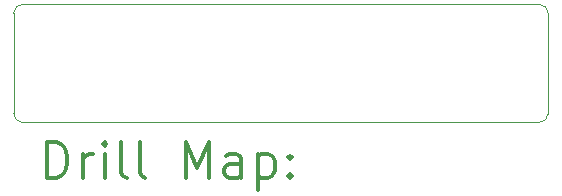
<source format=gbr>
%FSLAX45Y45*%
G04 Gerber Fmt 4.5, Leading zero omitted, Abs format (unit mm)*
G04 Created by KiCad (PCBNEW (5.1.5)-3) date 2021-10-17 15:35:13*
%MOMM*%
%LPD*%
G04 APERTURE LIST*
%TA.AperFunction,Profile*%
%ADD10C,0.050000*%
%TD*%
%ADD11C,0.200000*%
%ADD12C,0.300000*%
G04 APERTURE END LIST*
D10*
X16850000Y-7075000D02*
G75*
G02X16925000Y-7000000I75000J0D01*
G01*
X16925000Y-8000000D02*
G75*
G02X16850000Y-7925000I0J75000D01*
G01*
X21375000Y-7925000D02*
G75*
G02X21300000Y-8000000I-75000J0D01*
G01*
X21300000Y-7000000D02*
G75*
G02X21375000Y-7075000I0J-75000D01*
G01*
X21300000Y-7000000D02*
X16925000Y-7000000D01*
X21375000Y-7925000D02*
X21375000Y-7075000D01*
X16925000Y-8000000D02*
X21300000Y-8000000D01*
X16850000Y-7075000D02*
X16850000Y-7925000D01*
D11*
D12*
X17133928Y-8468214D02*
X17133928Y-8168214D01*
X17205357Y-8168214D01*
X17248214Y-8182500D01*
X17276786Y-8211071D01*
X17291071Y-8239643D01*
X17305357Y-8296786D01*
X17305357Y-8339643D01*
X17291071Y-8396786D01*
X17276786Y-8425357D01*
X17248214Y-8453929D01*
X17205357Y-8468214D01*
X17133928Y-8468214D01*
X17433928Y-8468214D02*
X17433928Y-8268214D01*
X17433928Y-8325357D02*
X17448214Y-8296786D01*
X17462500Y-8282500D01*
X17491071Y-8268214D01*
X17519643Y-8268214D01*
X17619643Y-8468214D02*
X17619643Y-8268214D01*
X17619643Y-8168214D02*
X17605357Y-8182500D01*
X17619643Y-8196786D01*
X17633928Y-8182500D01*
X17619643Y-8168214D01*
X17619643Y-8196786D01*
X17805357Y-8468214D02*
X17776786Y-8453929D01*
X17762500Y-8425357D01*
X17762500Y-8168214D01*
X17962500Y-8468214D02*
X17933928Y-8453929D01*
X17919643Y-8425357D01*
X17919643Y-8168214D01*
X18305357Y-8468214D02*
X18305357Y-8168214D01*
X18405357Y-8382500D01*
X18505357Y-8168214D01*
X18505357Y-8468214D01*
X18776786Y-8468214D02*
X18776786Y-8311071D01*
X18762500Y-8282500D01*
X18733928Y-8268214D01*
X18676786Y-8268214D01*
X18648214Y-8282500D01*
X18776786Y-8453929D02*
X18748214Y-8468214D01*
X18676786Y-8468214D01*
X18648214Y-8453929D01*
X18633928Y-8425357D01*
X18633928Y-8396786D01*
X18648214Y-8368214D01*
X18676786Y-8353929D01*
X18748214Y-8353929D01*
X18776786Y-8339643D01*
X18919643Y-8268214D02*
X18919643Y-8568214D01*
X18919643Y-8282500D02*
X18948214Y-8268214D01*
X19005357Y-8268214D01*
X19033928Y-8282500D01*
X19048214Y-8296786D01*
X19062500Y-8325357D01*
X19062500Y-8411072D01*
X19048214Y-8439643D01*
X19033928Y-8453929D01*
X19005357Y-8468214D01*
X18948214Y-8468214D01*
X18919643Y-8453929D01*
X19191071Y-8439643D02*
X19205357Y-8453929D01*
X19191071Y-8468214D01*
X19176786Y-8453929D01*
X19191071Y-8439643D01*
X19191071Y-8468214D01*
X19191071Y-8282500D02*
X19205357Y-8296786D01*
X19191071Y-8311071D01*
X19176786Y-8296786D01*
X19191071Y-8282500D01*
X19191071Y-8311071D01*
M02*

</source>
